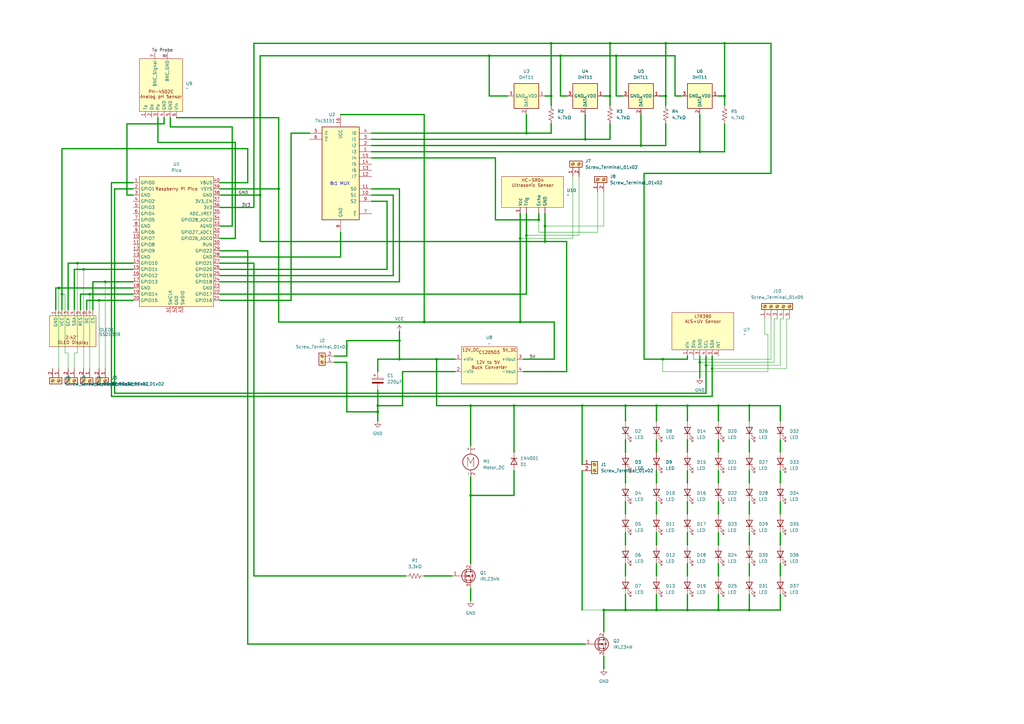
<source format=kicad_sch>
(kicad_sch (version 20231120) (generator "eeschema") (generator_version "8.0")
  (paper "A3")
  (junction (at 223.52 99.06))
  (junction (at 24.13 118.11))
  (junction (at 294.64 250.19))
  (junction (at 281.94 250.19))
  (junction (at 269.24 166.37))
  (junction (at 25.4 120.65))
  (junction (at 114.3 77.47))
  (junction (at 281.94 166.37))
  (junction (at 215.9 96.52))
  (junction (at 193.04 166.37))
  (junction (at 179.07 147.32))
  (junction (at 200.66 22.86))
  (junction (at 256.54 250.19))
  (junction (at 256.54 166.37))
  (junction (at 34.29 110.49))
  (junction (at 154.94 166.37))
  (junction (at 287.02 148.59))
  (junction (at 271.78 147.32))
  (junction (at 297.18 39.37))
  (junction (at 213.36 132.08))
  (junction (at 289.56 149.86))
  (junction (at 252.73 22.86))
  (junction (at 31.75 107.95))
  (junction (at 40.64 123.19))
  (junction (at 287.02 62.23))
  (junction (at 213.36 97.79))
  (junction (at 36.83 120.65))
  (junction (at 223.52 92.71))
  (junction (at 215.9 54.61))
  (junction (at 220.98 90.17))
  (junction (at 173.99 132.08))
  (junction (at 294.64 166.37))
  (junction (at 250.19 39.37))
  (junction (at 250.19 17.78))
  (junction (at 226.06 17.78))
  (junction (at 210.82 166.37))
  (junction (at 238.76 166.37))
  (junction (at 307.34 166.37))
  (junction (at 163.83 139.7))
  (junction (at 154.94 168.91))
  (junction (at 269.24 250.19))
  (junction (at 229.87 22.86))
  (junction (at 226.06 39.37))
  (junction (at 273.05 39.37))
  (junction (at 247.65 250.19))
  (junction (at 240.03 57.15))
  (junction (at 262.89 59.69))
  (junction (at 163.83 147.32))
  (junction (at 193.04 203.2))
  (junction (at 106.68 80.01))
  (junction (at 297.18 17.78))
  (junction (at 307.34 250.19))
  (junction (at 292.1 151.13))
  (junction (at 43.18 115.57))
  (junction (at 273.05 17.78))
  (wire (pts (xy 287.02 148.59) (xy 287.02 154.94)) (stroke (width 0.508)))
  (wire (pts (xy 25.4 120.65) (xy 25.4 127)) (stroke (width 0.508)))
  (wire (pts (xy 227.33 147.32) (xy 214.63 147.32)) (stroke (width 0.508)))
  (wire (pts (xy 208.28 39.37) (xy 200.66 39.37)) (stroke (width 0.508)))
  (wire (pts (xy 307.34 218.44) (xy 307.34 223.52)) (stroke (width 0.508)))
  (wire (pts (xy 104.14 236.22) (xy 166.37 236.22)) (stroke (width 0.508)))
  (wire (pts (xy 36.83 120.65) (xy 33.02 120.65)) (stroke (width 0.508)))
  (wire (pts (xy 142.24 146.05) (xy 142.24 139.7)) (stroke (width 0.508)))
  (wire (pts (xy 200.66 22.86) (xy 229.87 22.86)) (stroke (width 0.508)))
  (wire (pts (xy 317.5 130.81) (xy 318.77 130.81)))
  (wire (pts (xy 294.64 231.14) (xy 294.64 236.22)) (stroke (width 0.508)))
  (wire (pts (xy 25.4 60.96) (xy 25.4 120.65)) (stroke (width 0.508)))
  (wire (pts (xy 256.54 218.44) (xy 256.54 223.52)) (stroke (width 0.508)))
  (wire (pts (xy 292.1 151.13) (xy 322.58 151.13)))
  (wire (pts (xy 101.6 102.87) (xy 101.6 264.16)) (stroke (width 0.508)))
  (wire (pts (xy 34.29 110.49) (xy 30.48 110.49)) (stroke (width 0.508)))
  (wire (pts (xy 40.64 123.19) (xy 40.64 151.13)))
  (wire (pts (xy 165.1 166.37) (xy 165.1 152.4)) (stroke (width 0.508)))
  (wire (pts (xy 307.34 166.37) (xy 307.34 172.72)) (stroke (width 0.508)))
  (wire (pts (xy 273.05 39.37) (xy 273.05 17.78)) (stroke (width 0.508)))
  (wire (pts (xy 262.89 46.99) (xy 262.89 59.69)) (stroke (width 0.508)))
  (wire (pts (xy 34.29 110.49) (xy 34.29 151.13)))
  (wire (pts (xy 307.34 250.19) (xy 320.04 250.19)) (stroke (width 0.508)))
  (wire (pts (xy 314.96 137.16) (xy 313.69 137.16)))
  (wire (pts (xy 247.65 250.19) (xy 256.54 250.19)) (stroke (width 0.508)))
  (wire (pts (xy 179.07 147.32) (xy 179.07 166.37)) (stroke (width 0.508)))
  (wire (pts (xy 203.2 90.17) (xy 220.98 90.17)) (stroke (width 0.508)))
  (wire (pts (xy 163.83 139.7) (xy 163.83 147.32)) (stroke (width 0.508)))
  (wire (pts (xy 220.98 90.17) (xy 220.98 95.25)))
  (wire (pts (xy 35.56 123.19) (xy 35.56 127)) (stroke (width 0.508)))
  (wire (pts (xy 223.52 87.63) (xy 223.52 92.71)) (stroke (width 0.508)))
  (wire (pts (xy 114.3 77.47) (xy 90.17 77.47)) (stroke (width 0.508)))
  (wire (pts (xy 307.34 205.74) (xy 307.34 210.82)) (stroke (width 0.508)))
  (wire (pts (xy 287.02 146.05) (xy 287.02 148.59)) (stroke (width 0.508)))
  (wire (pts (xy 139.7 95.25) (xy 139.7 105.41)) (stroke (width 0.508)))
  (wire (pts (xy 40.64 123.19) (xy 35.56 123.19)) (stroke (width 0.508)))
  (wire (pts (xy 24.13 118.11) (xy 54.61 118.11)) (stroke (width 0.508)))
  (wire (pts (xy 270.51 39.37) (xy 273.05 39.37)) (stroke (width 0.508)))
  (wire (pts (xy 255.27 39.37) (xy 252.73 39.37)) (stroke (width 0.508)))
  (wire (pts (xy 72.39 48.26) (xy 114.3 48.26)) (stroke (width 0.508)))
  (wire (pts (xy 213.36 97.79) (xy 213.36 132.08)) (stroke (width 0.508)))
  (wire (pts (xy 238.76 166.37) (xy 256.54 166.37)) (stroke (width 0.508)))
  (wire (pts (xy 250.19 50.8) (xy 250.19 57.15)) (stroke (width 0.508)))
  (wire (pts (xy 294.64 193.04) (xy 294.64 198.12)) (stroke (width 0.508)))
  (wire (pts (xy 307.34 180.34) (xy 307.34 185.42)) (stroke (width 0.508)))
  (wire (pts (xy 250.19 57.15) (xy 240.03 57.15)) (stroke (width 0.508)))
  (wire (pts (xy 284.48 147.32) (xy 316.23 147.32)))
  (wire (pts (xy 240.03 57.15) (xy 240.03 46.99)) (stroke (width 0.508)))
  (wire (pts (xy 33.02 120.65) (xy 33.02 127)) (stroke (width 0.508)))
  (wire (pts (xy 214.63 152.4) (xy 232.41 152.4)) (stroke (width 0.508)))
  (wire (pts (xy 273.05 17.78) (xy 297.18 17.78)) (stroke (width 0.508)))
  (wire (pts (xy 179.07 166.37) (xy 193.04 166.37)) (stroke (width 0.508)))
  (wire (pts (xy 152.4 54.61) (xy 215.9 54.61)) (stroke (width 0.508)))
  (wire (pts (xy 269.24 218.44) (xy 269.24 223.52)) (stroke (width 0.508)))
  (wire (pts (xy 152.4 57.15) (xy 240.03 57.15)) (stroke (width 0.508)))
  (wire (pts (xy 226.06 39.37) (xy 226.06 17.78)) (stroke (width 0.508)))
  (wire (pts (xy 69.85 48.26) (xy 69.85 52.07)) (stroke (width 0.508)))
  (wire (pts (xy 269.24 205.74) (xy 269.24 210.82)) (stroke (width 0.508)))
  (wire (pts (xy 200.66 39.37) (xy 200.66 22.86)) (stroke (width 0.508)))
  (wire (pts (xy 106.68 99.06) (xy 106.68 80.01)) (stroke (width 0.508)))
  (wire (pts (xy 210.82 166.37) (xy 238.76 166.37)) (stroke (width 0.508)))
  (wire (pts (xy 269.24 193.04) (xy 269.24 198.12)) (stroke (width 0.508)))
  (wire (pts (xy 313.69 137.16) (xy 313.69 130.81)))
  (wire (pts (xy 252.73 22.86) (xy 276.86 22.86)) (stroke (width 0.508)))
  (wire (pts (xy 287.02 46.99) (xy 287.02 62.23)) (stroke (width 0.508)))
  (wire (pts (xy 119.38 123.19) (xy 119.38 54.61)) (stroke (width 0.508)))
  (wire (pts (xy 269.24 166.37) (xy 281.94 166.37)) (stroke (width 0.508)))
  (wire (pts (xy 31.75 144.78) (xy 31.75 107.95)))
  (wire (pts (xy 101.6 60.96) (xy 25.4 60.96)) (stroke (width 0.508)))
  (wire (pts (xy 90.17 120.65) (xy 215.9 120.65)) (stroke (width 0.508)))
  (wire (pts (xy 294.64 166.37) (xy 294.64 172.72)) (stroke (width 0.508)))
  (wire (pts (xy 320.04 172.72) (xy 320.04 166.37)) (stroke (width 0.508)))
  (wire (pts (xy 54.61 115.57) (xy 43.18 115.57)) (stroke (width 0.508)))
  (wire (pts (xy 264.16 147.32) (xy 264.16 71.12)) (stroke (width 0.508)))
  (wire (pts (xy 320.04 250.19) (xy 320.04 243.84)) (stroke (width 0.508)))
  (wire (pts (xy 276.86 39.37) (xy 279.4 39.37)) (stroke (width 0.508)))
  (wire (pts (xy 281.94 166.37) (xy 294.64 166.37)) (stroke (width 0.508)))
  (wire (pts (xy 165.1 152.4) (xy 186.69 152.4)) (stroke (width 0.508)))
  (wire (pts (xy 215.9 96.52) (xy 237.49 96.52)))
  (wire (pts (xy 26.67 120.65) (xy 25.4 120.65)))
  (wire (pts (xy 269.24 180.34) (xy 269.24 185.42)) (stroke (width 0.508)))
  (wire (pts (xy 256.54 180.34) (xy 256.54 185.42)) (stroke (width 0.508)))
  (wire (pts (xy 215.9 120.65) (xy 215.9 96.52)) (stroke (width 0.508)))
  (wire (pts (xy 273.05 50.8) (xy 273.05 59.69)) (stroke (width 0.508)))
  (wire (pts (xy 137.16 146.05) (xy 142.24 146.05)) (stroke (width 0.508)))
  (wire (pts (xy 269.24 231.14) (xy 269.24 236.22)) (stroke (width 0.508)))
  (wire (pts (xy 269.24 250.19) (xy 281.94 250.19)) (stroke (width 0.508)))
  (wire (pts (xy 69.85 52.07) (xy 95.25 52.07)) (stroke (width 0.508)))
  (wire (pts (xy 307.34 231.14) (xy 307.34 236.22)) (stroke (width 0.508)))
  (wire (pts (xy 90.17 107.95) (xy 104.14 107.95)) (stroke (width 0.508)))
  (wire (pts (xy 163.83 147.32) (xy 179.07 147.32)) (stroke (width 0.508)))
  (wire (pts (xy 90.17 80.01) (xy 106.68 80.01)) (stroke (width 0.508)))
  (wire (pts (xy 203.2 64.77) (xy 152.4 64.77)) (stroke (width 0.508)))
  (wire (pts (xy 152.4 77.47) (xy 163.83 77.47)) (stroke (width 0.508)))
  (wire (pts (xy 281.94 180.34) (xy 281.94 185.42)) (stroke (width 0.508)))
  (wire (pts (xy 161.29 113.03) (xy 161.29 80.01)) (stroke (width 0.508)))
  (wire (pts (xy 232.41 99.06) (xy 223.52 99.06)) (stroke (width 0.508)))
  (wire (pts (xy 101.6 264.16) (xy 240.03 264.16)) (stroke (width 0.508)))
  (wire (pts (xy 90.17 105.41) (xy 139.7 105.41)) (stroke (width 0.508)))
  (wire (pts (xy 256.54 243.84) (xy 256.54 250.19)) (stroke (width 0.508)))
  (wire (pts (xy 256.54 166.37) (xy 256.54 172.72)) (stroke (width 0.508)))
  (wire (pts (xy 281.94 146.05) (xy 281.94 147.32)) (stroke (width 0.508)))
  (wire (pts (xy 289.56 149.86) (xy 320.04 149.86)))
  (wire (pts (xy 213.36 87.63) (xy 213.36 97.79)) (stroke (width 0.508)))
  (wire (pts (xy 101.6 74.93) (xy 101.6 60.96)) (stroke (width 0.508)))
  (wire (pts (xy 46.99 77.47) (xy 54.61 77.47)) (stroke (width 0.508)))
  (wire (pts (xy 256.54 193.04) (xy 256.54 198.12)) (stroke (width 0.508)))
  (wire (pts (xy 320.04 218.44) (xy 320.04 223.52)) (stroke (width 0.508)))
  (wire (pts (xy 142.24 139.7) (xy 163.83 139.7)) (stroke (width 0.508)))
  (wire (pts (xy 281.94 231.14) (xy 281.94 236.22)) (stroke (width 0.508)))
  (wire (pts (xy 114.3 132.08) (xy 114.3 77.47)) (stroke (width 0.508)))
  (wire (pts (xy 247.65 78.74) (xy 247.65 92.71)))
  (wire (pts (xy 281.94 147.32) (xy 271.78 147.32)) (stroke (width 0.508)))
  (wire (pts (xy 297.18 39.37) (xy 297.18 43.18)) (stroke (width 0.508)))
  (wire (pts (xy 264.16 71.12) (xy 316.23 71.12)) (stroke (width 0.508)))
  (wire (pts (xy 54.61 110.49) (xy 34.29 110.49)) (stroke (width 0.508)))
  (wire (pts (xy 320.04 180.34) (xy 320.04 185.42)) (stroke (width 0.508)))
  (wire (pts (xy 232.41 39.37) (xy 229.87 39.37)) (stroke (width 0.508)))
  (wire (pts (xy 294.64 243.84) (xy 294.64 250.19)) (stroke (width 0.508)))
  (wire (pts (xy 54.61 107.95) (xy 31.75 107.95)) (stroke (width 0.508)))
  (wire (pts (xy 67.31 50.8) (xy 67.31 48.26)) (stroke (width 0.508)))
  (wire (pts (xy 215.9 46.99) (xy 215.9 54.61)) (stroke (width 0.508)))
  (wire (pts (xy 142.24 148.59) (xy 142.24 168.91)) (stroke (width 0.508)))
  (wire (pts (xy 64.77 48.26) (xy 64.77 58.42)) (stroke (width 0.508)))
  (wire (pts (xy 95.25 52.07) (xy 95.25 92.71)) (stroke (width 0.508)))
  (wire (pts (xy 269.24 166.37) (xy 269.24 172.72)) (stroke (width 0.508)))
  (wire (pts (xy 36.83 120.65) (xy 36.83 151.13)))
  (wire (pts (xy 297.18 17.78) (xy 316.23 17.78)) (stroke (width 0.508)))
  (wire (pts (xy 193.04 182.88) (xy 193.04 166.37)) (stroke (width 0.508)))
  (wire (pts (xy 193.04 203.2) (xy 193.04 231.14)) (stroke (width 0.508)))
  (wire (pts (xy 245.11 95.25) (xy 220.98 95.25)))
  (wire (pts (xy 24.13 118.11) (xy 24.13 151.13)))
  (wire (pts (xy 161.29 80.01) (xy 152.4 80.01)) (stroke (width 0.508)))
  (wire (pts (xy 281.94 205.74) (xy 281.94 210.82)) (stroke (width 0.508)))
  (wire (pts (xy 30.48 144.78) (xy 31.75 144.78)))
  (wire (pts (xy 281.94 218.44) (xy 281.94 223.52)) (stroke (width 0.508)))
  (wire (pts (xy 90.17 110.49) (xy 158.75 110.49)) (stroke (width 0.508)))
  (wire (pts (xy 289.56 161.29) (xy 46.99 161.29)) (stroke (width 0.508)))
  (wire (pts (xy 142.24 168.91) (xy 154.94 168.91)) (stroke (width 0.508)))
  (wire (pts (xy 154.94 152.4) (xy 154.94 147.32)) (stroke (width 0.508)))
  (wire (pts (xy 287.02 62.23) (xy 152.4 62.23)) (stroke (width 0.508)))
  (wire (pts (xy 106.68 80.01) (xy 106.68 22.86)) (stroke (width 0.508)))
  (wire (pts (xy 90.17 85.09) (xy 104.14 85.09)) (stroke (width 0.508)))
  (wire (pts (xy 245.11 78.74) (xy 245.11 95.25)))
  (wire (pts (xy 297.18 39.37) (xy 297.18 17.78)) (stroke (width 0.508)))
  (wire (pts (xy 289.56 149.86) (xy 289.56 161.29)) (stroke (width 0.508)))
  (wire (pts (xy 173.99 236.22) (xy 185.42 236.22)) (stroke (width 0.508)))
  (wire (pts (xy 158.75 82.55) (xy 152.4 82.55)) (stroke (width 0.508)))
  (wire (pts (xy 226.06 50.8) (xy 226.06 54.61)) (stroke (width 0.508)))
  (wire (pts (xy 320.04 130.81) (xy 321.31 130.81)))
  (wire (pts (xy 238.76 193.04) (xy 238.76 250.19)) (stroke (width 0.508)))
  (wire (pts (xy 26.67 144.78) (xy 26.67 120.65)))
  (wire (pts (xy 163.83 135.89) (xy 163.83 139.7)) (stroke (width 0.508)))
  (wire (pts (xy 38.1 115.57) (xy 38.1 127)) (stroke (width 0.508)))
  (wire (pts (xy 114.3 48.26) (xy 114.3 77.47)) (stroke (width 0.508)))
  (wire (pts (xy 250.19 39.37) (xy 250.19 17.78)) (stroke (width 0.508)))
  (wire (pts (xy 320.04 130.81) (xy 320.04 149.86)))
  (wire (pts (xy 27.94 107.95) (xy 27.94 127)) (stroke (width 0.508)))
  (wire (pts (xy 52.07 50.8) (xy 67.31 50.8)) (stroke (width 0.508)))
  (wire (pts (xy 31.75 107.95) (xy 27.94 107.95)) (stroke (width 0.508)))
  (wire (pts (xy 322.58 130.81) (xy 322.58 151.13)))
  (wire (pts (xy 43.18 115.57) (xy 38.1 115.57)) (stroke (width 0.508)))
  (wire (pts (xy 316.23 147.32) (xy 316.23 130.81)))
  (wire (pts (xy 281.94 243.84) (xy 281.94 250.19)) (stroke (width 0.508)))
  (wire (pts (xy 294.64 250.19) (xy 307.34 250.19)) (stroke (width 0.508)))
  (wire (pts (xy 234.95 72.39) (xy 234.95 97.79)))
  (wire (pts (xy 294.64 39.37) (xy 297.18 39.37)) (stroke (width 0.508)))
  (wire (pts (xy 90.17 74.93) (xy 101.6 74.93)) (stroke (width 0.508)))
  (wire (pts (xy 30.48 151.13) (xy 30.48 144.78)))
  (wire (pts (xy 294.64 218.44) (xy 294.64 223.52)) (stroke (width 0.508)))
  (wire (pts (xy 193.04 203.2) (xy 193.04 195.58)) (stroke (width 0.508)))
  (wire (pts (xy 256.54 205.74) (xy 256.54 210.82)) (stroke (width 0.508)))
  (wire (pts (xy 46.99 161.29) (xy 46.99 77.47)) (stroke (width 0.508)))
  (wire (pts (xy 90.17 113.03) (xy 161.29 113.03)) (stroke (width 0.508)))
  (wire (pts (xy 173.99 132.08) (xy 213.36 132.08)) (stroke (width 0.508)))
  (wire (pts (xy 43.18 115.57) (xy 43.18 151.13)))
  (wire (pts (xy 226.06 17.78) (xy 250.19 17.78)) (stroke (width 0.508)))
  (wire (pts (xy 289.56 146.05) (xy 289.56 149.86)) (stroke (width 0.508)))
  (wire (pts (xy 154.94 166.37) (xy 165.1 166.37)) (stroke (width 0.508)))
  (wire (pts (xy 292.1 151.13) (xy 292.1 162.56)) (stroke (width 0.508)))
  (wire (pts (xy 27.94 144.78) (xy 26.67 144.78)))
  (wire (pts (xy 284.48 146.05) (xy 284.48 147.32)))
  (wire (pts (xy 106.68 22.86) (xy 200.66 22.86)) (stroke (width 0.508)))
  (wire (pts (xy 220.98 87.63) (xy 220.98 90.17)) (stroke (width 0.508)))
  (wire (pts (xy 292.1 146.05) (xy 292.1 151.13)) (stroke (width 0.508)))
  (wire (pts (xy 45.72 162.56) (xy 45.72 74.93)) (stroke (width 0.508)))
  (wire (pts (xy 104.14 17.78) (xy 226.06 17.78)) (stroke (width 0.508)))
  (wire (pts (xy 223.52 92.71) (xy 223.52 99.06)) (stroke (width 0.508)))
  (wire (pts (xy 22.86 118.11) (xy 24.13 118.11)) (stroke (width 0.508)))
  (wire (pts (xy 322.58 130.81) (xy 323.85 130.81)))
  (wire (pts (xy 271.78 152.4) (xy 271.78 147.32)))
  (wire (pts (xy 45.72 74.93) (xy 54.61 74.93)) (stroke (width 0.508)))
  (wire (pts (xy 54.61 120.65) (xy 36.83 120.65)) (stroke (width 0.508)))
  (wire (pts (xy 104.14 85.09) (xy 104.14 17.78)) (stroke (width 0.508)))
  (wire (pts (xy 154.94 160.02) (xy 154.94 166.37)) (stroke (width 0.508)))
  (wire (pts (xy 307.34 243.84) (xy 307.34 250.19)) (stroke (width 0.508)))
  (wire (pts (xy 229.87 39.37) (xy 229.87 22.86)) (stroke (width 0.508)))
  (wire (pts (xy 314.96 152.4) (xy 271.78 152.4)))
  (wire (pts (xy 250.19 17.78) (xy 273.05 17.78)) (stroke (width 0.508)))
  (wire (pts (xy 210.82 203.2) (xy 193.04 203.2)) (stroke (width 0.508)))
  (wire (pts (xy 226.06 39.37) (xy 226.06 43.18)) (stroke (width 0.508)))
  (wire (pts (xy 96.52 97.79) (xy 90.17 97.79)) (stroke (width 0.508)))
  (wire (pts (xy 137.16 148.59) (xy 142.24 148.59)) (stroke (width 0.508)))
  (wire (pts (xy 320.04 205.74) (xy 320.04 210.82)) (stroke (width 0.508)))
  (wire (pts (xy 152.4 59.69) (xy 262.89 59.69)) (stroke (width 0.508)))
  (wire (pts (xy 273.05 39.37) (xy 273.05 43.18)) (stroke (width 0.508)))
  (wire (pts (xy 203.2 90.17) (xy 203.2 64.77)) (stroke (width 0.508)))
  (wire (pts (xy 276.86 22.86) (xy 276.86 39.37)) (stroke (width 0.508)))
  (wire (pts (xy 226.06 54.61) (xy 215.9 54.61)) (stroke (width 0.508)))
  (wire (pts (xy 320.04 193.04) (xy 320.04 198.12)) (stroke (width 0.508)))
  (wire (pts (xy 271.78 147.32) (xy 264.16 147.32)) (stroke (width 0.508)))
  (wire (pts (xy 256.54 231.14) (xy 256.54 236.22)) (stroke (width 0.508)))
  (wire (pts (xy 294.64 180.34) (xy 294.64 185.42)) (stroke (width 0.508)))
  (wire (pts (xy 281.94 250.19) (xy 294.64 250.19)) (stroke (width 0.508)))
  (wire (pts (xy 237.49 72.39) (xy 237.49 96.52)))
  (wire (pts (xy 154.94 147.32) (xy 163.83 147.32)) (stroke (width 0.508)))
  (wire (pts (xy 229.87 22.86) (xy 252.73 22.86)) (stroke (width 0.508)))
  (wire (pts (xy 223.52 99.06) (xy 106.68 99.06)) (stroke (width 0.508)))
  (wire (pts (xy 281.94 193.04) (xy 281.94 198.12)) (stroke (width 0.508)))
  (wire (pts (xy 247.65 259.08) (xy 247.65 250.19)) (stroke (width 0.508)))
  (wire (pts (xy 314.96 137.16) (xy 314.96 152.4)))
  (wire (pts (xy 294.64 166.37) (xy 307.34 166.37)) (stroke (width 0.508)))
  (wire (pts (xy 294.64 205.74) (xy 294.64 210.82)) (stroke (width 0.508)))
  (wire (pts (xy 307.34 193.04) (xy 307.34 198.12)) (stroke (width 0.508)))
  (wire (pts (xy 64.77 58.42) (xy 96.52 58.42)) (stroke (width 0.508)))
  (wire (pts (xy 96.52 58.42) (xy 96.52 97.79)) (stroke (width 0.508)))
  (wire (pts (xy 154.94 168.91) (xy 154.94 172.72)) (stroke (width 0.508)))
  (wire (pts (xy 238.76 166.37) (xy 238.76 190.5)) (stroke (width 0.508)))
  (wire (pts (xy 281.94 172.72) (xy 281.94 166.37)) (stroke (width 0.508)))
  (wire (pts (xy 179.07 147.32) (xy 186.69 147.32)) (stroke (width 0.508)))
  (wire (pts (xy 256.54 166.37) (xy 269.24 166.37)) (stroke (width 0.508)))
  (wire (pts (xy 193.04 166.37) (xy 210.82 166.37)) (stroke (width 0.508)))
  (wire (pts (xy 227.33 132.08) (xy 227.33 147.32)) (stroke (width 0.508)))
  (wire (pts (xy 297.18 50.8) (xy 297.18 62.23)) (stroke (width 0.508)))
  (wire (pts (xy 215.9 96.52) (xy 215.9 87.63)) (stroke (width 0.508)))
  (wire (pts (xy 247.65 269.24) (xy 247.65 274.32)) (stroke (width 0.508)))
  (wire (pts (xy 210.82 166.37) (xy 210.82 185.42)) (stroke (width 0.508)))
  (wire (pts (xy 250.19 39.37) (xy 250.19 43.18)) (stroke (width 0.508)))
  (wire (pts (xy 307.34 166.37) (xy 320.04 166.37)) (stroke (width 0.508)))
  (wire (pts (xy 213.36 97.79) (xy 234.95 97.79)))
  (wire (pts (xy 173.99 46.99) (xy 173.99 132.08)) (stroke (width 0.508)))
  (wire (pts (xy 163.83 115.57) (xy 163.83 77.47)) (stroke (width 0.508)))
  (wire (pts (xy 320.04 231.14) (xy 320.04 236.22)) (stroke (width 0.508)))
  (wire (pts (xy 247.65 39.37) (xy 250.19 39.37)) (stroke (width 0.508)))
  (wire (pts (xy 287.02 148.59) (xy 317.5 148.59)))
  (wire (pts (xy 27.94 151.13) (xy 27.94 144.78)))
  (wire (pts (xy 317.5 130.81) (xy 317.5 148.59)))
  (wire (pts (xy 90.17 123.19) (xy 119.38 123.19)) (stroke (width 0.508)))
  (wire (pts (xy 154.94 166.37) (xy 154.94 168.91)) (stroke (width 0.508)))
  (wire (pts (xy 273.05 59.69) (xy 262.89 59.69)) (stroke (width 0.508)))
  (wire (pts (xy 316.23 71.12) (xy 316.23 17.78)) (stroke (width 0.508)))
  (wire (pts (xy 213.36 132.08) (xy 227.33 132.08)) (stroke (width 0.508)))
  (wire (pts (xy 223.52 39.37) (xy 226.06 39.37)) (stroke (width 0.508)))
  (wire (pts (xy 119.38 54.61) (xy 127 54.61)) (stroke (width 0.508)))
  (wire (pts (xy 139.7 46.99) (xy 173.99 46.99)) (stroke (width 0.508)))
  (wire (pts (xy 193.04 241.3) (xy 193.04 246.38)) (stroke (width 0.508)))
  (wire (pts (xy 22.86 127) (xy 22.86 118.11)) (stroke (width 0.508)))
  (wire (pts (xy 238.76 250.19) (xy 247.65 250.19)))
  (wire (pts (xy 297.18 62.23) (xy 287.02 62.23)) (stroke (width 0.508)))
  (wire (pts (xy 232.41 152.4) (xy 232.41 99.06)) (stroke (width 0.508)))
  (wire (pts (xy 45.72 162.56) (xy 292.1 162.56)) (stroke (width 0.508)))
  (wire (pts (xy 90.17 102.87) (xy 101.6 102.87)) (stroke (width 0.508)))
  (wire (pts (xy 223.52 92.71) (xy 247.65 92.71)))
  (wire (pts (xy 210.82 193.04) (xy 210.82 203.2)) (stroke (width 0.508)))
  (wire (pts (xy 158.75 110.49) (xy 158.75 82.55)) (stroke (width 0.508)))
  (wire (pts (xy 30.48 110.49) (xy 30.48 127)) (stroke (width 0.508)))
  (wire (pts (xy 269.24 243.84) (xy 269.24 250.19)) (stroke (width 0.508)))
  (wire (pts (xy 54.61 80.01) (xy 52.07 80.01)) (stroke (width 0.508)))
  (wire (pts (xy 54.61 123.19) (xy 40.64 123.19)) (stroke (width 0.508)))
  (wire (pts (xy 95.25 92.71) (xy 90.17 92.71)) (stroke (width 0.508)))
  (wire (pts (xy 256.54 250.19) (xy 269.24 250.19)) (stroke (width 0.508)))
  (wire (pts (xy 114.3 132.08) (xy 173.99 132.08)) (stroke (width 0.508)))
  (wire (pts (xy 252.73 39.37) (xy 252.73 22.86)) (stroke (width 0.508)))
  (wire (pts (xy 52.07 80.01) (xy 52.07 50.8)) (stroke (width 0.508)))
  (wire (pts (xy 104.14 107.95) (xy 104.14 236.22)) (stroke (width 0.508)))
  (wire (pts (xy 90.17 115.57) (xy 163.83 115.57)) (stroke (width 0.508)))
  (text "8:1 MUX" (at 139.446 75.438 0) (effects (font (size 1.27 1.27))))
  (label "To Probe" (at 62.23 21.59 0))
  (label "3V3" (at 99.06 85.09 0))
  (label "GND" (at 97.79 80.01 0))
  (label "5V" (at 217.17 147.32 0))
  (symbol (lib_id "Device:LED") (at 281.94 214.63 90) (unit 1)
    (property "Reference" "D17" (at 285.75 214.9474 90) (effects (justify right)))
    (property "Value" "LED" (at 285.75 217.4874 90) (effects (justify right)))
    (property "Description" "Light emitting diode" (effects (hide yes)))
  )
  (symbol (lib_id "Device:LED") (at 256.54 201.93 90) (unit 1)
    (property "Reference" "D4" (at 260.35 202.2474 90) (effects (justify right)))
    (property "Value" "LED" (at 260.35 204.7874 90) (effects (justify right)))
    (property "Description" "Light emitting diode" (effects (hide yes)))
  )
  (symbol (lib_id "Device:R_US") (at 297.18 46.99 0) (unit 1)
    (property "Reference" "R5" (at 299.72 45.7199 0) (effects (justify left)))
    (property "Value" "4.7kΩ" (at 299.72 48.2599 0) (effects (justify left)))
    (property "Footprint" "Resistor_THT:R_Axial_DIN0204_L3.6mm_D1.6mm_P2.54mm_Vertical" (effects (hide yes)))
    (property "Description" "Resistor, US symbol" (effects (hide yes)))
  )
  (symbol (lib_id "Connector:Screw_Terminal_01x02") (at 30.48 156.21 270) (unit 1)
    (property "Reference" "J5" (at 33.02 154.9399 90) (effects (justify left)))
    (property "Value" "Screw_Terminal_01x02" (at 33.02 157.4799 90) (effects (justify left)))
    (property "Footprint" "TerminalBlock:TerminalBlock_bornier-2_P5.08mm" (effects (hide yes)))
    (property "Description" "Generic screw terminal, single row, 01x02, script generated (kicad-library-utils/schlib/autogen/connector/)" (effects (hide yes)))
  )
  (symbol (lib_id "Device:LED") (at 269.24 201.93 90) (unit 1)
    (property "Reference" "D10" (at 273.05 202.2474 90) (effects (justify right)))
    (property "Value" "LED" (at 273.05 204.7874 90) (effects (justify right)))
    (property "Description" "Light emitting diode" (effects (hide yes)))
  )
  (symbol (lib_id "Device:LED") (at 307.34 240.03 90) (unit 1)
    (property "Reference" "D31" (at 311.15 240.3474 90) (effects (justify right)))
    (property "Value" "LED" (at 311.15 242.8874 90) (effects (justify right)))
    (property "Description" "Light emitting diode" (effects (hide yes)))
  )
  (symbol (lib_name "C120503_1") (lib_id "C120503_KiCad:C120503") (at 200.66 149.86 0) (unit 1)
    (property "Reference" "U8" (at 200.66 138.43 0))
    (property "Value" "~" (at 200.66 140.97 0))
    (property "Footprint" "TerminalBlock:TerminalBlock_bornier-2_P5.08mm" (effects (hide yes)))
  )
  (symbol (lib_id "power:GND") (at 193.04 246.38 0) (unit 1)
    (property "Reference" "#PWR03" (effects (hide yes)))
    (property "Value" "GND" (at 193.04 251.46 0))
    (property "Description" "Power symbol creates a global label with name \"GND\" , ground" (effects (hide yes)))
  )
  (symbol (lib_id "Device:LED") (at 281.94 240.03 90) (unit 1)
    (property "Reference" "D19" (at 285.75 240.3474 90) (effects (justify right)))
    (property "Value" "LED" (at 285.75 242.8874 90) (effects (justify right)))
    (property "Description" "Light emitting diode" (effects (hide yes)))
  )
  (symbol (lib_id "Device:LED") (at 320.04 201.93 90) (unit 1)
    (property "Reference" "D34" (at 323.85 202.2474 90) (effects (justify right)))
    (property "Value" "LED" (at 323.85 204.7874 90) (effects (justify right)))
    (property "Description" "Light emitting diode" (effects (hide yes)))
  )
  (symbol (lib_id "power:VCC") (at 163.83 135.89 0) (unit 1)
    (property "Reference" "#PWR01" (effects (hide yes)))
    (property "Value" "VCC" (at 163.83 130.81 0))
    (property "Description" "Power symbol creates a global label with name \"VCC\"" (effects (hide yes)))
  )
  (symbol (lib_id "Sensor:DHT11") (at 287.02 39.37 270) (unit 1)
    (property "Reference" "U6" (at 287.02 29.21 90))
    (property "Value" "DHT11" (at 287.02 31.75 90))
    (property "Footprint" "TerminalBlock:TerminalBlock_bornier-3_P5.08mm" (effects (hide yes)))
    (property "Datasheet" "http://akizukidenshi.com/download/ds/aosong/DHT11.pdf" (effects (hide yes)))
    (property "Description" "3.3V to 5.5V, temperature and humidity module, DHT11" (effects (hide yes)))
  )
  (symbol (lib_id "Device:LED") (at 281.94 227.33 90) (unit 1)
    (property "Reference" "D18" (at 285.75 227.6474 90) (effects (justify right)))
    (property "Value" "LED" (at 285.75 230.1874 90) (effects (justify right)))
    (property "Description" "Light emitting diode" (effects (hide yes)))
  )
  (symbol (lib_name "DHT11_2") (lib_id "Sensor:DHT11") (at 240.03 39.37 270) (unit 1)
    (property "Reference" "U4" (at 240.03 29.21 90))
    (property "Value" "DHT11" (at 240.03 31.75 90))
    (property "Footprint" "TerminalBlock:TerminalBlock_bornier-3_P5.08mm" (effects (hide yes)))
    (property "Datasheet" "http://akizukidenshi.com/download/ds/aosong/DHT11.pdf" (effects (hide yes)))
    (property "Description" "3.3V to 5.5V, temperature and humidity module, DHT11" (effects (hide yes)))
  )
  (symbol (lib_id "Device:R_US") (at 226.06 46.99 0) (unit 1)
    (property "Reference" "R2" (at 228.6 45.7199 0) (effects (justify left)))
    (property "Value" "4.7kΩ" (at 228.6 48.2599 0) (effects (justify left)))
    (property "Footprint" "Resistor_THT:R_Axial_DIN0204_L3.6mm_D1.6mm_P2.54mm_Vertical" (effects (hide yes)))
    (property "Description" "Resistor, US symbol" (effects (hide yes)))
  )
  (symbol (lib_id "Connector:Screw_Terminal_01x02") (at 243.84 190.5 0) (unit 1)
    (property "Reference" "J1" (at 246.38 190.4999 0) (effects (justify left)))
    (property "Value" "Screw_Terminal_01x02" (at 246.38 193.0399 0) (effects (justify left)))
    (property "Footprint" "TerminalBlock:TerminalBlock_bornier-2_P5.08mm" (effects (hide yes)))
    (property "Description" "Generic screw terminal, single row, 01x02, script generated (kicad-library-utils/schlib/autogen/connector/)" (effects (hide yes)))
  )
  (symbol (lib_id "Device:LED") (at 269.24 189.23 90) (unit 1)
    (property "Reference" "D9" (at 273.05 189.5474 90) (effects (justify right)))
    (property "Value" "LED" (at 273.05 192.0874 90) (effects (justify right)))
    (property "Description" "Light emitting diode" (effects (hide yes)))
  )
  (symbol (lib_id "Device:LED") (at 320.04 176.53 90) (unit 1)
    (property "Reference" "D32" (at 323.85 176.8474 90) (effects (justify right)))
    (property "Value" "LED" (at 323.85 179.3874 90) (effects (justify right)))
    (property "Description" "Light emitting diode" (effects (hide yes)))
  )
  (symbol (lib_id "Device:R_US") (at 273.05 46.99 0) (unit 1)
    (property "Reference" "R4" (at 275.59 45.7199 0) (effects (justify left)))
    (property "Value" "4.7kΩ" (at 275.59 48.2599 0) (effects (justify left)))
    (property "Footprint" "Resistor_THT:R_Axial_DIN0204_L3.6mm_D1.6mm_P2.54mm_Vertical" (effects (hide yes)))
    (property "Description" "Resistor, US symbol" (effects (hide yes)))
  )
  (symbol (lib_id "PH4502C_KiCad:PH-4502C") (at 66.04 45.72 0) (unit 1)
    (property "Reference" "U9" (at 76.2 34.2899 0) (effects (justify left)))
    (property "Value" "~" (at 76.2 36.195 0) (effects (justify left)))
    (property "Footprint" "Library:PH4502C_Footprint" (effects (hide yes)))
  )
  (symbol (lib_id "Connector:Screw_Terminal_01x02") (at 36.83 156.21 270) (unit 1)
    (property "Reference" "J4" (at 39.37 154.9399 90) (effects (justify left)))
    (property "Value" "Screw_Terminal_01x02" (at 39.37 157.4799 90) (effects (justify left)))
    (property "Footprint" "TerminalBlock:TerminalBlock_bornier-2_P5.08mm" (effects (hide yes)))
    (property "Description" "Generic screw terminal, single row, 01x02, script generated (kicad-library-utils/schlib/autogen/connector/)" (effects (hide yes)))
  )
  (symbol (lib_id "Connector:Screw_Terminal_01x02") (at 43.18 156.21 270) (unit 1)
    (property "Reference" "J3" (at 45.72 154.9399 90) (effects (justify left)))
    (property "Value" "Screw_Terminal_01x02" (at 45.72 157.4799 90) (effects (justify left)))
    (property "Footprint" "TerminalBlock:TerminalBlock_bornier-2_P5.08mm" (effects (hide yes)))
    (property "Description" "Generic screw terminal, single row, 01x02, script generated (kicad-library-utils/schlib/autogen/connector/)" (effects (hide yes)))
  )
  (symbol (lib_name "DHT11_1") (lib_id "Sensor:DHT11") (at 215.9 39.37 270) (unit 1)
    (property "Reference" "U3" (at 215.9 29.21 90))
    (property "Value" "DHT11" (at 215.9 31.75 90))
    (property "Footprint" "TerminalBlock:TerminalBlock_bornier-3_P5.08mm" (effects (hide yes)))
    (property "Datasheet" "http://akizukidenshi.com/download/ds/aosong/DHT11.pdf" (effects (hide yes)))
    (property "Description" "3.3V to 5.5V, temperature and humidity module, DHT11" (effects (hide yes)))
  )
  (symbol (lib_id "Device:R_US") (at 170.18 236.22 90) (unit 1)
    (property "Reference" "R1" (at 170.18 229.87 90))
    (property "Value" "3.3kΩ" (at 170.18 232.41 90))
    (property "Footprint" "Resistor_THT:R_Axial_DIN0204_L3.6mm_D1.6mm_P2.54mm_Vertical" (effects (hide yes)))
    (property "Description" "Resistor, US symbol" (effects (hide yes)))
  )
  (symbol (lib_id "Device:LED") (at 307.34 189.23 90) (unit 1)
    (property "Reference" "D27" (at 311.15 189.5474 90) (effects (justify right)))
    (property "Value" "LED" (at 311.15 192.0874 90) (effects (justify right)))
    (property "Description" "Light emitting diode" (effects (hide yes)))
  )
  (symbol (lib_id "Device:LED") (at 294.64 201.93 90) (unit 1)
    (property "Reference" "D22" (at 298.45 202.2474 90) (effects (justify right)))
    (property "Value" "LED" (at 298.45 204.7874 90) (effects (justify right)))
    (property "Description" "Light emitting diode" (effects (hide yes)))
  )
  (symbol (lib_id "power:GND") (at 247.65 274.32 0) (unit 1)
    (property "Reference" "#PWR04" (effects (hide yes)))
    (property "Value" "GND" (at 247.65 279.4 0))
    (property "Description" "Power symbol creates a global label with name \"GND\" , ground" (effects (hide yes)))
  )
  (symbol (lib_id "Device:LED") (at 320.04 240.03 90) (unit 1)
    (property "Reference" "D37" (at 323.85 240.3474 90) (effects (justify right)))
    (property "Value" "LED" (at 323.85 242.8874 90) (effects (justify right)))
    (property "Description" "Light emitting diode" (effects (hide yes)))
  )
  (symbol (lib_id "Motor:Motor_DC") (at 193.04 187.96 0) (unit 1)
    (property "Reference" "M1" (at 198.12 189.2299 0) (effects (justify left)))
    (property "Value" "Motor_DC" (at 198.12 191.7699 0) (effects (justify left)))
    (property "Footprint" "TerminalBlock:TerminalBlock_bornier-2_P5.08mm" (effects (hide yes)))
    (property "Description" "DC Motor" (effects (hide yes)))
  )
  (symbol (lib_id "power:GND") (at 287.02 154.94 0) (unit 1)
    (property "Reference" "#PWR05" (effects (hide yes)))
    (property "Value" "GND" (at 287.02 160.02 0))
    (property "Description" "Power symbol creates a global label with name \"GND\" , ground" (effects (hide yes)))
  )
  (symbol (lib_id "Device:LED") (at 294.64 240.03 90) (unit 1)
    (property "Reference" "D25" (at 298.45 240.3474 90) (effects (justify right)))
    (property "Value" "LED" (at 298.45 242.8874 90) (effects (justify right)))
    (property "Description" "Light emitting diode" (effects (hide yes)))
  )
  (symbol (lib_id "Device:LED") (at 320.04 189.23 90) (unit 1)
    (property "Reference" "D33" (at 323.85 189.5474 90) (effects (justify right)))
    (property "Value" "LED" (at 323.85 192.0874 90) (effects (justify right)))
    (property "Description" "Light emitting diode" (effects (hide yes)))
  )
  (symbol (lib_id "Ultrasonic_Sensor:HC-SR04") (at 218.44 80.01 0) (unit 1)
    (property "Reference" "U10" (at 232.41 78.1049 0) (effects (justify left)))
    (property "Value" "~" (at 232.41 80.01 0) (effects (justify left)))
  )
  (symbol (lib_id "Diode:1N4001") (at 210.82 189.23 90) (mirror x) (unit 1)
    (property "Reference" "D1" (at 213.36 190.5001 90) (effects (justify right)))
    (property "Value" "1N4001" (at 213.36 187.9601 90) (effects (justify right)))
    (property "Footprint" "Diode_THT:D_DO-41_SOD81_P10.16mm_Horizontal" (effects (hide yes)))
    (property "Datasheet" "http://www.vishay.com/docs/88503/1n4001.pdf" (effects (hide yes)))
    (property "Description" "50V 1A General Purpose Rectifier Diode, DO-41" (effects (hide yes)))
    (property "Sim.Device" "D" (effects (hide yes)))
    (property "Sim.Pins" "1=K 2=A" (effects (hide yes)))
  )
  (symbol (lib_id "Connector:Screw_Terminal_01x02") (at 245.11 73.66 90) (unit 1)
    (property "Reference" "J8" (at 250.19 72.3899 90) (effects (justify right)))
    (property "Value" "Screw_Terminal_01x02" (at 250.19 74.9299 90) (effects (justify right)))
    (property "Footprint" "TerminalBlock:TerminalBlock_bornier-2_P5.08mm" (effects (hide yes)))
    (property "Description" "Generic screw terminal, single row, 01x02, script generated (kicad-library-utils/schlib/autogen/connector/)" (effects (hide yes)))
  )
  (symbol (lib_id "Device:LED") (at 256.54 214.63 90) (unit 1)
    (property "Reference" "D5" (at 260.35 214.9474 90) (effects (justify right)))
    (property "Value" "LED" (at 260.35 217.4874 90) (effects (justify right)))
    (property "Description" "Light emitting diode" (effects (hide yes)))
  )
  (symbol (lib_id "Device:LED") (at 320.04 214.63 90) (unit 1)
    (property "Reference" "D35" (at 323.85 214.9474 90) (effects (justify right)))
    (property "Value" "LED" (at 323.85 217.4874 90) (effects (justify right)))
    (property "Description" "Light emitting diode" (effects (hide yes)))
  )
  (symbol (lib_id "Device:LED") (at 256.54 189.23 90) (unit 1)
    (property "Reference" "D3" (at 260.35 189.5474 90) (effects (justify right)))
    (property "Value" "LED" (at 260.35 192.0874 90) (effects (justify right)))
    (property "Description" "Light emitting diode" (effects (hide yes)))
  )
  (symbol (lib_id "Connector:Screw_Terminal_01x02") (at 24.13 156.21 270) (unit 1)
    (property "Reference" "J6" (at 26.67 154.9399 90) (effects (justify left)))
    (property "Value" "Screw_Terminal_01x02" (at 26.67 157.4799 90) (effects (justify left)))
    (property "Footprint" "TerminalBlock:TerminalBlock_bornier-2_P5.08mm" (effects (hide yes)))
    (property "Description" "Generic screw terminal, single row, 01x02, script generated (kicad-library-utils/schlib/autogen/connector/)" (effects (hide yes)))
  )
  (symbol (lib_name "DHT11_3") (lib_id "Sensor:DHT11") (at 262.89 39.37 270) (unit 1)
    (property "Reference" "U5" (at 262.89 29.21 90))
    (property "Value" "DHT11" (at 262.89 31.75 90))
    (property "Footprint" "TerminalBlock:TerminalBlock_bornier-3_P5.08mm" (effects (hide yes)))
    (property "Datasheet" "http://akizukidenshi.com/download/ds/aosong/DHT11.pdf" (effects (hide yes)))
    (property "Description" "3.3V to 5.5V, temperature and humidity module, DHT11" (effects (hide yes)))
  )
  (symbol (lib_id "Device:LED") (at 269.24 176.53 90) (unit 1)
    (property "Reference" "D8" (at 273.05 176.8474 90) (effects (justify right)))
    (property "Value" "LED" (at 273.05 179.3874 90) (effects (justify right)))
    (property "Description" "Light emitting diode" (effects (hide yes)))
  )
  (symbol (lib_id "Device:LED") (at 294.64 176.53 90) (unit 1)
    (property "Reference" "D20" (at 298.45 176.8474 90) (effects (justify right)))
    (property "Value" "LED" (at 298.45 179.3874 90) (effects (justify right)))
    (property "Description" "Light emitting diode" (effects (hide yes)))
  )
  (symbol (lib_id "Device:LED") (at 256.54 240.03 90) (unit 1)
    (property "Reference" "D7" (at 260.35 240.3474 90) (effects (justify right)))
    (property "Value" "LED" (at 260.35 242.8874 90) (effects (justify right)))
    (property "Description" "Light emitting diode" (effects (hide yes)))
  )
  (symbol (lib_id "Device:LED") (at 307.34 214.63 90) (unit 1)
    (property "Reference" "D29" (at 311.15 214.9474 90) (effects (justify right)))
    (property "Value" "LED" (at 311.15 217.4874 90) (effects (justify right)))
    (property "Description" "Light emitting diode" (effects (hide yes)))
  )
  (symbol (lib_id "ssd1309.pretty:ssd1309") (at 29.21 135.89 0) (unit 1)
    (property "Reference" "OLED1" (at 40.64 135.2549 0) (effects (justify left)))
    (property "Value" "SSD1309" (at 40.64 137.16 0) (effects (justify left)))
  )
  (symbol (lib_id "Transistor_FET:IRLZ34N") (at 245.11 264.16 0) (unit 1)
    (property "Reference" "Q2" (at 251.46 262.8899 0) (effects (justify left)))
    (property "Value" "IRLZ34N" (at 251.46 265.4299 0) (effects (justify left)))
    (property "Footprint" "Package_TO_SOT_THT:TO-220-3_Vertical" (effects (hide yes)))
    (property "Datasheet" "http://www.infineon.com/dgdl/irlz34npbf.pdf?fileId=5546d462533600a40153567206892720" (effects (hide yes)))
    (property "Description" "30A Id, 55V Vds, 35mOhm Rds, N-Channel HEXFET Power MOSFET, TO-220AB" (effects (hide yes)))
  )
  (symbol (lib_id "Device:LED") (at 307.34 176.53 90) (unit 1)
    (property "Reference" "D26" (at 311.15 176.8474 90) (effects (justify right)))
    (property "Value" "LED" (at 311.15 179.3874 90) (effects (justify right)))
    (property "Description" "Light emitting diode" (effects (hide yes)))
  )
  (symbol (lib_id "Device:R_US") (at 250.19 46.99 0) (unit 1)
    (property "Reference" "R3" (at 252.73 45.7199 0) (effects (justify left)))
    (property "Value" "4.7kΩ" (at 252.73 48.2599 0) (effects (justify left)))
    (property "Footprint" "Resistor_THT:R_Axial_DIN0204_L3.6mm_D1.6mm_P2.54mm_Vertical" (effects (hide yes)))
    (property "Description" "Resistor, US symbol" (effects (hide yes)))
  )
  (symbol (lib_id "Connector:Screw_Terminal_01x05") (at 318.77 125.73 90) (unit 1)
    (property "Reference" "J10" (at 318.77 119.38 90))
    (property "Value" "Screw_Terminal_01x05" (at 318.77 121.92 90))
    (property "Footprint" "TerminalBlock:TerminalBlock_bornier-5_P5.08mm" (effects (hide yes)))
    (property "Description" "Generic screw terminal, single row, 01x05, script generated (kicad-library-utils/schlib/autogen/connector/)" (effects (hide yes)))
  )
  (symbol (lib_id "Device:C_Polarized") (at 154.94 156.21 0) (unit 1)
    (property "Reference" "C1" (at 158.75 154.0509 0) (effects (justify left)))
    (property "Value" "220µF" (at 158.75 156.5909 0) (effects (justify left)))
    (property "Footprint" "Capacitor_THT:CP_Radial_D5.0mm_P2.50mm" (effects (hide yes)))
    (property "Description" "Polarized capacitor" (effects (hide yes)))
  )
  (symbol (lib_id "Device:LED") (at 294.64 214.63 90) (unit 1)
    (property "Reference" "D23" (at 298.45 214.9474 90) (effects (justify right)))
    (property "Value" "LED" (at 298.45 217.4874 90) (effects (justify right)))
    (property "Description" "Light emitting diode" (effects (hide yes)))
  )
  (symbol (lib_id "Device:LED") (at 281.94 176.53 90) (unit 1)
    (property "Reference" "D14" (at 285.75 176.8474 90) (effects (justify right)))
    (property "Value" "LED" (at 285.75 179.3874 90) (effects (justify right)))
    (property "Description" "Light emitting diode" (effects (hide yes)))
  )
  (symbol (lib_id "Device:LED") (at 307.34 227.33 90) (unit 1)
    (property "Reference" "D30" (at 311.15 227.6474 90) (effects (justify right)))
    (property "Value" "LED" (at 311.15 230.1874 90) (effects (justify right)))
    (property "Description" "Light emitting diode" (effects (hide yes)))
  )
  (symbol (lib_id "Device:LED") (at 256.54 176.53 90) (unit 1)
    (property "Reference" "D2" (at 260.35 176.8474 90) (effects (justify right)))
    (property "Value" "LED" (at 260.35 179.3874 90) (effects (justify right)))
    (property "Description" "Light emitting diode" (effects (hide yes)))
  )
  (symbol (lib_id "LTR_390UV_KiCad:LTR-390UV-01") (at 288.29 135.89 0) (unit 1)
    (property "Reference" "U7" (at 304.8 135.2549 0) (effects (justify left)))
    (property "Value" "~" (at 304.8 137.16 0) (effects (justify left)))
  )
  (symbol (lib_id "Connector:Screw_Terminal_01x02") (at 132.08 148.59 180) (unit 1)
    (property "Reference" "J2" (at 132.08 139.7 0))
    (property "Value" "Screw_Terminal_01x02" (at 132.08 142.24 0))
    (property "Footprint" "TerminalBlock:TerminalBlock_bornier-2_P5.08mm" (effects (hide yes)))
    (property "Description" "Generic screw terminal, single row, 01x02, script generated (kicad-library-utils/schlib/autogen/connector/)" (effects (hide yes)))
  )
  (symbol (lib_id "power:GND") (at 154.94 172.72 0) (unit 1)
    (property "Reference" "#PWR02" (effects (hide yes)))
    (property "Value" "GND" (at 154.94 177.8 0))
    (property "Description" "Power symbol creates a global label with name \"GND\" , ground" (effects (hide yes)))
  )
  (symbol (lib_id "Connector:Screw_Terminal_01x02") (at 234.95 67.31 90) (unit 1)
    (property "Reference" "J7" (at 240.03 66.0399 90) (effects (justify right)))
    (property "Value" "Screw_Terminal_01x02" (at 240.03 68.5799 90) (effects (justify right)))
    (property "Footprint" "TerminalBlock:TerminalBlock_bornier-2_P5.08mm" (effects (hide yes)))
    (property "Description" "Generic screw terminal, single row, 01x02, script generated (kicad-library-utils/schlib/autogen/connector/)" (effects (hide yes)))
  )
  (symbol (lib_id "74xx:74LS151") (at 139.7 69.85 0) (mirror y) (unit 1)
    (property "Reference" "U2" (at 137.5059 46.99 0) (effects (justify left)))
    (property "Value" "74LS151" (at 137.5059 49.53 0) (effects (justify left)))
    (property "Footprint" "74ls151_footy:74LS151" (effects (hide yes)))
    (property "Datasheet" "http://www.ti.com/lit/gpn/sn74LS151" (effects (hide yes)))
    (property "Description" "Multiplexer 8 to 1" (effects (hide yes)))
  )
  (symbol (lib_id "MCU_RaspberryPi_and_Boards:Pico") (at 72.39 99.06 0) (unit 1)
    (property "Reference" "U1" (at 72.39 67.31 0))
    (property "Value" "Pico" (at 72.39 69.85 0))
    (property "Footprint" "MCU_RaspberryPi_and_Boards:RPi_Pico_SMD_TH" (effects (hide yes)))
  )
  (symbol (lib_id "Device:LED") (at 281.94 189.23 90) (unit 1)
    (property "Reference" "D15" (at 285.75 189.5474 90) (effects (justify right)))
    (property "Value" "LED" (at 285.75 192.0874 90) (effects (justify right)))
    (property "Description" "Light emitting diode" (effects (hide yes)))
  )
  (symbol (lib_id "Device:LED") (at 269.24 214.63 90) (unit 1)
    (property "Reference" "D11" (at 273.05 214.9474 90) (effects (justify right)))
    (property "Value" "LED" (at 273.05 217.4874 90) (effects (justify right)))
    (property "Description" "Light emitting diode" (effects (hide yes)))
  )
  (symbol (lib_id "Device:LED") (at 269.24 227.33 90) (unit 1)
    (property "Reference" "D12" (at 273.05 227.6474 90) (effects (justify right)))
    (property "Value" "LED" (at 273.05 230.1874 90) (effects (justify right)))
    (property "Description" "Light emitting diode" (effects (hide yes)))
  )
  (symbol (lib_id "Device:LED") (at 281.94 201.93 90) (unit 1)
    (property "Reference" "D16" (at 285.75 202.2474 90) (effects (justify right)))
    (property "Value" "LED" (at 285.75 204.7874 90) (effects (justify right)))
    (property "Description" "Light emitting diode" (effects (hide yes)))
  )
  (symbol (lib_id "Device:LED") (at 294.64 189.23 90) (unit 1)
    (property "Reference" "D21" (at 298.45 189.5474 90) (effects (justify right)))
    (property "Value" "LED" (at 298.45 192.0874 90) (effects (justify right)))
    (property "Description" "Light emitting diode" (effects (hide yes)))
  )
  (symbol (lib_id "Device:LED") (at 320.04 227.33 90) (unit 1)
    (property "Reference" "D36" (at 323.85 227.6474 90) (effects (justify right)))
    (property "Value" "LED" (at 323.85 230.1874 90) (effects (justify right)))
    (property "Description" "Light emitting diode" (effects (hide yes)))
  )
  (symbol (lib_id "Device:LED") (at 307.34 201.93 90) (unit 1)
    (property "Reference" "D28" (at 311.15 202.2474 90) (effects (justify right)))
    (property "Value" "LED" (at 311.15 204.7874 90) (effects (justify right)))
    (property "Description" "Light emitting diode" (effects (hide yes)))
  )
  (symbol (lib_id "Device:LED") (at 256.54 227.33 90) (unit 1)
    (property "Reference" "D6" (at 260.35 227.6474 90) (effects (justify right)))
    (property "Value" "LED" (at 260.35 230.1874 90) (effects (justify right)))
    (property "Description" "Light emitting diode" (effects (hide yes)))
  )
  (symbol (lib_id "Device:LED") (at 269.24 240.03 90) (unit 1)
    (property "Reference" "D13" (at 273.05 240.3474 90) (effects (justify right)))
    (property "Value" "LED" (at 273.05 242.8874 90) (effects (justify right)))
    (property "Description" "Light emitting diode" (effects (hide yes)))
  )
  (symbol (lib_id "Transistor_FET:IRLZ34N") (at 190.5 236.22 0) (unit 1)
    (property "Reference" "Q1" (at 196.85 234.9499 0) (effects (justify left)))
    (property "Value" "IRLZ34N" (at 196.85 237.4899 0) (effects (justify left)))
    (property "Footprint" "Package_TO_SOT_THT:TO-220-3_Vertical" (effects (hide yes)))
    (property "Datasheet" "http://www.infineon.com/dgdl/irlz34npbf.pdf?fileId=5546d462533600a40153567206892720" (effects (hide yes)))
    (property "Description" "30A Id, 55V Vds, 35mOhm Rds, N-Channel HEXFET Power MOSFET, TO-220AB" (effects (hide yes)))
  )
  (symbol (lib_id "Device:LED") (at 294.64 227.33 90) (unit 1)
    (property "Reference" "D24" (at 298.45 227.6474 90) (effects (justify right)))
    (property "Value" "LED" (at 298.45 230.1874 90) (effects (justify right)))
    (property "Description" "Light emitting diode" (effects (hide yes)))
  )
)
</source>
